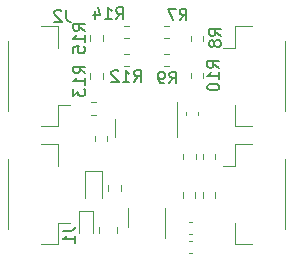
<source format=gbr>
%TF.GenerationSoftware,KiCad,Pcbnew,7.0.10-7.0.10~ubuntu23.04.1*%
%TF.CreationDate,2024-02-13T10:53:32+00:00*%
%TF.ProjectId,TFI2CADT01,54464932-4341-4445-9430-312e6b696361,rev?*%
%TF.SameCoordinates,PX7a53eb0PY6e37550*%
%TF.FileFunction,Legend,Bot*%
%TF.FilePolarity,Positive*%
%FSLAX46Y46*%
G04 Gerber Fmt 4.6, Leading zero omitted, Abs format (unit mm)*
G04 Created by KiCad (PCBNEW 7.0.10-7.0.10~ubuntu23.04.1) date 2024-02-13 10:53:32*
%MOMM*%
%LPD*%
G01*
G04 APERTURE LIST*
%ADD10C,0.150000*%
%ADD11C,0.100000*%
G04 APERTURE END LIST*
D10*
X15305066Y21236781D02*
X15638399Y21712972D01*
X15876494Y21236781D02*
X15876494Y22236781D01*
X15876494Y22236781D02*
X15495542Y22236781D01*
X15495542Y22236781D02*
X15400304Y22189162D01*
X15400304Y22189162D02*
X15352685Y22141543D01*
X15352685Y22141543D02*
X15305066Y22046305D01*
X15305066Y22046305D02*
X15305066Y21903448D01*
X15305066Y21903448D02*
X15352685Y21808210D01*
X15352685Y21808210D02*
X15400304Y21760591D01*
X15400304Y21760591D02*
X15495542Y21712972D01*
X15495542Y21712972D02*
X15876494Y21712972D01*
X14971732Y22236781D02*
X14305066Y22236781D01*
X14305066Y22236781D02*
X14733637Y21236781D01*
X7279819Y20365458D02*
X6803628Y20698791D01*
X7279819Y20936886D02*
X6279819Y20936886D01*
X6279819Y20936886D02*
X6279819Y20555934D01*
X6279819Y20555934D02*
X6327438Y20460696D01*
X6327438Y20460696D02*
X6375057Y20413077D01*
X6375057Y20413077D02*
X6470295Y20365458D01*
X6470295Y20365458D02*
X6613152Y20365458D01*
X6613152Y20365458D02*
X6708390Y20413077D01*
X6708390Y20413077D02*
X6756009Y20460696D01*
X6756009Y20460696D02*
X6803628Y20555934D01*
X6803628Y20555934D02*
X6803628Y20936886D01*
X7279819Y19413077D02*
X7279819Y19984505D01*
X7279819Y19698791D02*
X6279819Y19698791D01*
X6279819Y19698791D02*
X6422676Y19794029D01*
X6422676Y19794029D02*
X6517914Y19889267D01*
X6517914Y19889267D02*
X6565533Y19984505D01*
X6279819Y18508315D02*
X6279819Y18984505D01*
X6279819Y18984505D02*
X6756009Y19032124D01*
X6756009Y19032124D02*
X6708390Y18984505D01*
X6708390Y18984505D02*
X6660771Y18889267D01*
X6660771Y18889267D02*
X6660771Y18651172D01*
X6660771Y18651172D02*
X6708390Y18555934D01*
X6708390Y18555934D02*
X6756009Y18508315D01*
X6756009Y18508315D02*
X6851247Y18460696D01*
X6851247Y18460696D02*
X7089342Y18460696D01*
X7089342Y18460696D02*
X7184580Y18508315D01*
X7184580Y18508315D02*
X7232200Y18555934D01*
X7232200Y18555934D02*
X7279819Y18651172D01*
X7279819Y18651172D02*
X7279819Y18889267D01*
X7279819Y18889267D02*
X7232200Y18984505D01*
X7232200Y18984505D02*
X7184580Y19032124D01*
X11442857Y16022181D02*
X11776190Y16498372D01*
X12014285Y16022181D02*
X12014285Y17022181D01*
X12014285Y17022181D02*
X11633333Y17022181D01*
X11633333Y17022181D02*
X11538095Y16974562D01*
X11538095Y16974562D02*
X11490476Y16926943D01*
X11490476Y16926943D02*
X11442857Y16831705D01*
X11442857Y16831705D02*
X11442857Y16688848D01*
X11442857Y16688848D02*
X11490476Y16593610D01*
X11490476Y16593610D02*
X11538095Y16545991D01*
X11538095Y16545991D02*
X11633333Y16498372D01*
X11633333Y16498372D02*
X12014285Y16498372D01*
X10490476Y16022181D02*
X11061904Y16022181D01*
X10776190Y16022181D02*
X10776190Y17022181D01*
X10776190Y17022181D02*
X10871428Y16879324D01*
X10871428Y16879324D02*
X10966666Y16784086D01*
X10966666Y16784086D02*
X11061904Y16736467D01*
X10109523Y16926943D02*
X10061904Y16974562D01*
X10061904Y16974562D02*
X9966666Y17022181D01*
X9966666Y17022181D02*
X9728571Y17022181D01*
X9728571Y17022181D02*
X9633333Y16974562D01*
X9633333Y16974562D02*
X9585714Y16926943D01*
X9585714Y16926943D02*
X9538095Y16831705D01*
X9538095Y16831705D02*
X9538095Y16736467D01*
X9538095Y16736467D02*
X9585714Y16593610D01*
X9585714Y16593610D02*
X10157142Y16022181D01*
X10157142Y16022181D02*
X9538095Y16022181D01*
X18811619Y19927867D02*
X18335428Y20261200D01*
X18811619Y20499295D02*
X17811619Y20499295D01*
X17811619Y20499295D02*
X17811619Y20118343D01*
X17811619Y20118343D02*
X17859238Y20023105D01*
X17859238Y20023105D02*
X17906857Y19975486D01*
X17906857Y19975486D02*
X18002095Y19927867D01*
X18002095Y19927867D02*
X18144952Y19927867D01*
X18144952Y19927867D02*
X18240190Y19975486D01*
X18240190Y19975486D02*
X18287809Y20023105D01*
X18287809Y20023105D02*
X18335428Y20118343D01*
X18335428Y20118343D02*
X18335428Y20499295D01*
X18240190Y19356438D02*
X18192571Y19451676D01*
X18192571Y19451676D02*
X18144952Y19499295D01*
X18144952Y19499295D02*
X18049714Y19546914D01*
X18049714Y19546914D02*
X18002095Y19546914D01*
X18002095Y19546914D02*
X17906857Y19499295D01*
X17906857Y19499295D02*
X17859238Y19451676D01*
X17859238Y19451676D02*
X17811619Y19356438D01*
X17811619Y19356438D02*
X17811619Y19165962D01*
X17811619Y19165962D02*
X17859238Y19070724D01*
X17859238Y19070724D02*
X17906857Y19023105D01*
X17906857Y19023105D02*
X18002095Y18975486D01*
X18002095Y18975486D02*
X18049714Y18975486D01*
X18049714Y18975486D02*
X18144952Y19023105D01*
X18144952Y19023105D02*
X18192571Y19070724D01*
X18192571Y19070724D02*
X18240190Y19165962D01*
X18240190Y19165962D02*
X18240190Y19356438D01*
X18240190Y19356438D02*
X18287809Y19451676D01*
X18287809Y19451676D02*
X18335428Y19499295D01*
X18335428Y19499295D02*
X18430666Y19546914D01*
X18430666Y19546914D02*
X18621142Y19546914D01*
X18621142Y19546914D02*
X18716380Y19499295D01*
X18716380Y19499295D02*
X18764000Y19451676D01*
X18764000Y19451676D02*
X18811619Y19356438D01*
X18811619Y19356438D02*
X18811619Y19165962D01*
X18811619Y19165962D02*
X18764000Y19070724D01*
X18764000Y19070724D02*
X18716380Y19023105D01*
X18716380Y19023105D02*
X18621142Y18975486D01*
X18621142Y18975486D02*
X18430666Y18975486D01*
X18430666Y18975486D02*
X18335428Y19023105D01*
X18335428Y19023105D02*
X18287809Y19070724D01*
X18287809Y19070724D02*
X18240190Y19165962D01*
X5415819Y3397334D02*
X6130104Y3397334D01*
X6130104Y3397334D02*
X6272961Y3444953D01*
X6272961Y3444953D02*
X6368200Y3540191D01*
X6368200Y3540191D02*
X6415819Y3683048D01*
X6415819Y3683048D02*
X6415819Y3778286D01*
X6415819Y2397334D02*
X6415819Y2968762D01*
X6415819Y2683048D02*
X5415819Y2683048D01*
X5415819Y2683048D02*
X5558676Y2778286D01*
X5558676Y2778286D02*
X5653914Y2873524D01*
X5653914Y2873524D02*
X5701533Y2968762D01*
X9939257Y21338381D02*
X10272590Y21814572D01*
X10510685Y21338381D02*
X10510685Y22338381D01*
X10510685Y22338381D02*
X10129733Y22338381D01*
X10129733Y22338381D02*
X10034495Y22290762D01*
X10034495Y22290762D02*
X9986876Y22243143D01*
X9986876Y22243143D02*
X9939257Y22147905D01*
X9939257Y22147905D02*
X9939257Y22005048D01*
X9939257Y22005048D02*
X9986876Y21909810D01*
X9986876Y21909810D02*
X10034495Y21862191D01*
X10034495Y21862191D02*
X10129733Y21814572D01*
X10129733Y21814572D02*
X10510685Y21814572D01*
X8986876Y21338381D02*
X9558304Y21338381D01*
X9272590Y21338381D02*
X9272590Y22338381D01*
X9272590Y22338381D02*
X9367828Y22195524D01*
X9367828Y22195524D02*
X9463066Y22100286D01*
X9463066Y22100286D02*
X9558304Y22052667D01*
X8129733Y22005048D02*
X8129733Y21338381D01*
X8367828Y22386000D02*
X8605923Y21671715D01*
X8605923Y21671715D02*
X7986876Y21671715D01*
X7313819Y16746458D02*
X6837628Y17079791D01*
X7313819Y17317886D02*
X6313819Y17317886D01*
X6313819Y17317886D02*
X6313819Y16936934D01*
X6313819Y16936934D02*
X6361438Y16841696D01*
X6361438Y16841696D02*
X6409057Y16794077D01*
X6409057Y16794077D02*
X6504295Y16746458D01*
X6504295Y16746458D02*
X6647152Y16746458D01*
X6647152Y16746458D02*
X6742390Y16794077D01*
X6742390Y16794077D02*
X6790009Y16841696D01*
X6790009Y16841696D02*
X6837628Y16936934D01*
X6837628Y16936934D02*
X6837628Y17317886D01*
X7313819Y15794077D02*
X7313819Y16365505D01*
X7313819Y16079791D02*
X6313819Y16079791D01*
X6313819Y16079791D02*
X6456676Y16175029D01*
X6456676Y16175029D02*
X6551914Y16270267D01*
X6551914Y16270267D02*
X6599533Y16365505D01*
X6313819Y15460743D02*
X6313819Y14841696D01*
X6313819Y14841696D02*
X6694771Y15175029D01*
X6694771Y15175029D02*
X6694771Y15032172D01*
X6694771Y15032172D02*
X6742390Y14936934D01*
X6742390Y14936934D02*
X6790009Y14889315D01*
X6790009Y14889315D02*
X6885247Y14841696D01*
X6885247Y14841696D02*
X7123342Y14841696D01*
X7123342Y14841696D02*
X7218580Y14889315D01*
X7218580Y14889315D02*
X7266200Y14936934D01*
X7266200Y14936934D02*
X7313819Y15032172D01*
X7313819Y15032172D02*
X7313819Y15317886D01*
X7313819Y15317886D02*
X7266200Y15413124D01*
X7266200Y15413124D02*
X7218580Y15460743D01*
X14441466Y15902781D02*
X14774799Y16378972D01*
X15012894Y15902781D02*
X15012894Y16902781D01*
X15012894Y16902781D02*
X14631942Y16902781D01*
X14631942Y16902781D02*
X14536704Y16855162D01*
X14536704Y16855162D02*
X14489085Y16807543D01*
X14489085Y16807543D02*
X14441466Y16712305D01*
X14441466Y16712305D02*
X14441466Y16569448D01*
X14441466Y16569448D02*
X14489085Y16474210D01*
X14489085Y16474210D02*
X14536704Y16426591D01*
X14536704Y16426591D02*
X14631942Y16378972D01*
X14631942Y16378972D02*
X15012894Y16378972D01*
X13965275Y15902781D02*
X13774799Y15902781D01*
X13774799Y15902781D02*
X13679561Y15950400D01*
X13679561Y15950400D02*
X13631942Y15998020D01*
X13631942Y15998020D02*
X13536704Y16140877D01*
X13536704Y16140877D02*
X13489085Y16331353D01*
X13489085Y16331353D02*
X13489085Y16712305D01*
X13489085Y16712305D02*
X13536704Y16807543D01*
X13536704Y16807543D02*
X13584323Y16855162D01*
X13584323Y16855162D02*
X13679561Y16902781D01*
X13679561Y16902781D02*
X13870037Y16902781D01*
X13870037Y16902781D02*
X13965275Y16855162D01*
X13965275Y16855162D02*
X14012894Y16807543D01*
X14012894Y16807543D02*
X14060513Y16712305D01*
X14060513Y16712305D02*
X14060513Y16474210D01*
X14060513Y16474210D02*
X14012894Y16378972D01*
X14012894Y16378972D02*
X13965275Y16331353D01*
X13965275Y16331353D02*
X13870037Y16283734D01*
X13870037Y16283734D02*
X13679561Y16283734D01*
X13679561Y16283734D02*
X13584323Y16331353D01*
X13584323Y16331353D02*
X13536704Y16378972D01*
X13536704Y16378972D02*
X13489085Y16474210D01*
X5710133Y22135181D02*
X5710133Y21420896D01*
X5710133Y21420896D02*
X5757752Y21278039D01*
X5757752Y21278039D02*
X5852990Y21182800D01*
X5852990Y21182800D02*
X5995847Y21135181D01*
X5995847Y21135181D02*
X6091085Y21135181D01*
X5281561Y22039943D02*
X5233942Y22087562D01*
X5233942Y22087562D02*
X5138704Y22135181D01*
X5138704Y22135181D02*
X4900609Y22135181D01*
X4900609Y22135181D02*
X4805371Y22087562D01*
X4805371Y22087562D02*
X4757752Y22039943D01*
X4757752Y22039943D02*
X4710133Y21944705D01*
X4710133Y21944705D02*
X4710133Y21849467D01*
X4710133Y21849467D02*
X4757752Y21706610D01*
X4757752Y21706610D02*
X5329180Y21135181D01*
X5329180Y21135181D02*
X4710133Y21135181D01*
X18648819Y17203658D02*
X18172628Y17536991D01*
X18648819Y17775086D02*
X17648819Y17775086D01*
X17648819Y17775086D02*
X17648819Y17394134D01*
X17648819Y17394134D02*
X17696438Y17298896D01*
X17696438Y17298896D02*
X17744057Y17251277D01*
X17744057Y17251277D02*
X17839295Y17203658D01*
X17839295Y17203658D02*
X17982152Y17203658D01*
X17982152Y17203658D02*
X18077390Y17251277D01*
X18077390Y17251277D02*
X18125009Y17298896D01*
X18125009Y17298896D02*
X18172628Y17394134D01*
X18172628Y17394134D02*
X18172628Y17775086D01*
X18648819Y16251277D02*
X18648819Y16822705D01*
X18648819Y16536991D02*
X17648819Y16536991D01*
X17648819Y16536991D02*
X17791676Y16632229D01*
X17791676Y16632229D02*
X17886914Y16727467D01*
X17886914Y16727467D02*
X17934533Y16822705D01*
X17648819Y15632229D02*
X17648819Y15536991D01*
X17648819Y15536991D02*
X17696438Y15441753D01*
X17696438Y15441753D02*
X17744057Y15394134D01*
X17744057Y15394134D02*
X17839295Y15346515D01*
X17839295Y15346515D02*
X18029771Y15298896D01*
X18029771Y15298896D02*
X18267866Y15298896D01*
X18267866Y15298896D02*
X18458342Y15346515D01*
X18458342Y15346515D02*
X18553580Y15394134D01*
X18553580Y15394134D02*
X18601200Y15441753D01*
X18601200Y15441753D02*
X18648819Y15536991D01*
X18648819Y15536991D02*
X18648819Y15632229D01*
X18648819Y15632229D02*
X18601200Y15727467D01*
X18601200Y15727467D02*
X18553580Y15775086D01*
X18553580Y15775086D02*
X18458342Y15822705D01*
X18458342Y15822705D02*
X18267866Y15870324D01*
X18267866Y15870324D02*
X18029771Y15870324D01*
X18029771Y15870324D02*
X17839295Y15822705D01*
X17839295Y15822705D02*
X17744057Y15775086D01*
X17744057Y15775086D02*
X17696438Y15727467D01*
X17696438Y15727467D02*
X17648819Y15632229D01*
D11*
%TO.C,R7*%
X14437258Y19746700D02*
X13962742Y19746700D01*
X14437258Y20791700D02*
X13962742Y20791700D01*
%TO.C,D1*%
X8735000Y8485000D02*
X8735000Y6200000D01*
X7265000Y8485000D02*
X8735000Y8485000D01*
X7265000Y6200000D02*
X7265000Y8485000D01*
%TO.C,C2*%
X16064620Y2542000D02*
X16345780Y2542000D01*
X16064620Y1522000D02*
X16345780Y1522000D01*
%TO.C,D2*%
X6766000Y5087000D02*
X7966000Y5087000D01*
X7966000Y3237000D02*
X7966000Y5087000D01*
X6766000Y3237000D02*
X6766000Y5087000D01*
%TO.C,R5*%
X18302500Y6701058D02*
X18302500Y6226542D01*
X17257500Y6701058D02*
X17257500Y6226542D01*
%TO.C,R16*%
X15606500Y9477742D02*
X15606500Y9952258D01*
X16651500Y9477742D02*
X16651500Y9952258D01*
%TO.C,C3*%
X16064620Y4204000D02*
X16345780Y4204000D01*
X16064620Y3184000D02*
X16345780Y3184000D01*
%TO.C,R15*%
X8777500Y19959858D02*
X8777500Y19485342D01*
X7732500Y19959858D02*
X7732500Y19485342D01*
%TO.C,R12*%
X10562742Y18429500D02*
X11037258Y18429500D01*
X10562742Y17384500D02*
X11037258Y17384500D01*
%TO.C,J5*%
X21440000Y20735000D02*
X19990000Y20735000D01*
X19990000Y20735000D02*
X19990000Y18935000D01*
X24260000Y19465000D02*
X24260000Y13535000D01*
X19990000Y18935000D02*
X19000000Y18935000D01*
X21440000Y12265000D02*
X19990000Y12265000D01*
X19990000Y12265000D02*
X19990000Y14065000D01*
%TO.C,R8*%
X17286500Y19947658D02*
X17286500Y19473142D01*
X16241500Y19947658D02*
X16241500Y19473142D01*
%TO.C,J1*%
X3560000Y2265000D02*
X5010000Y2265000D01*
X5010000Y2265000D02*
X5010000Y4065000D01*
X740000Y3535000D02*
X740000Y9465000D01*
X5010000Y4065000D02*
X6000000Y4065000D01*
X3560000Y10735000D02*
X5010000Y10735000D01*
X5010000Y10735000D02*
X5010000Y8935000D01*
%TO.C,R14*%
X10562742Y20791700D02*
X11037258Y20791700D01*
X10562742Y19746700D02*
X11037258Y19746700D01*
%TO.C,U1*%
X10936800Y4572000D02*
X10936800Y3772000D01*
X10936800Y4572000D02*
X10936800Y5372000D01*
X14056800Y4572000D02*
X14056800Y2772000D01*
X14056800Y4572000D02*
X14056800Y5372000D01*
%TO.C,R13*%
X7732500Y16284942D02*
X7732500Y16759458D01*
X8777500Y16284942D02*
X8777500Y16759458D01*
%TO.C,R1*%
X9281900Y6823942D02*
X9281900Y7298458D01*
X10326900Y6823942D02*
X10326900Y7298458D01*
%TO.C,R6*%
X16626100Y6676658D02*
X16626100Y6202142D01*
X15581100Y6676658D02*
X15581100Y6202142D01*
%TO.C,R2*%
X9158500Y11464058D02*
X9158500Y10989542D01*
X8113500Y11464058D02*
X8113500Y10989542D01*
%TO.C,R9*%
X14437258Y17384500D02*
X13962742Y17384500D01*
X14437258Y18429500D02*
X13962742Y18429500D01*
%TO.C,R3*%
X8238258Y13244300D02*
X7763742Y13244300D01*
X8238258Y14289300D02*
X7763742Y14289300D01*
%TO.C,R17*%
X17257500Y9477742D02*
X17257500Y9952258D01*
X18302500Y9477742D02*
X18302500Y9952258D01*
%TO.C,J3*%
X21440000Y10735000D02*
X19990000Y10735000D01*
X19990000Y10735000D02*
X19990000Y8935000D01*
X24260000Y9465000D02*
X24260000Y3535000D01*
X19990000Y8935000D02*
X19000000Y8935000D01*
X21440000Y2265000D02*
X19990000Y2265000D01*
X19990000Y2265000D02*
X19990000Y4065000D01*
%TO.C,J2*%
X3560000Y12265000D02*
X5010000Y12265000D01*
X5010000Y12265000D02*
X5010000Y14065000D01*
X740000Y13535000D02*
X740000Y19465000D01*
X5010000Y14065000D02*
X6000000Y14065000D01*
X3560000Y20735000D02*
X5010000Y20735000D01*
X5010000Y20735000D02*
X5010000Y18935000D01*
%TO.C,U2*%
X15125000Y14352400D02*
X15125000Y11352400D01*
X9875000Y12852400D02*
X9875000Y11352400D01*
%TO.C,C1*%
X9980600Y3766452D02*
X9980600Y3243948D01*
X8510600Y3766452D02*
X8510600Y3243948D01*
%TO.C,R10*%
X16241500Y16323542D02*
X16241500Y16798058D01*
X17286500Y16323542D02*
X17286500Y16798058D01*
%TO.C,C4*%
X16893000Y13462580D02*
X16893000Y13181420D01*
X15873000Y13462580D02*
X15873000Y13181420D01*
%TD*%
M02*

</source>
